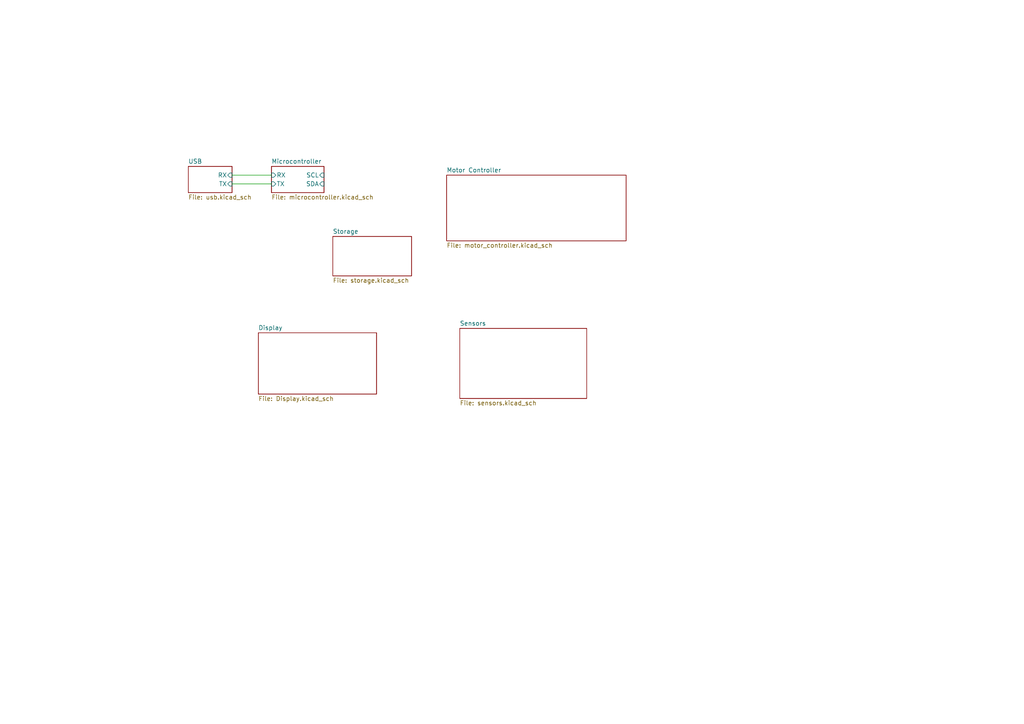
<source format=kicad_sch>
(kicad_sch (version 20211123) (generator eeschema)
  (paper "A4")
  (lib_symbols)
  (wire (pts (xy 67.31 50.8) (xy 78.74 50.8)))
  (wire (pts (xy 67.31 53.34) (xy 78.74 53.34)))
  (sheet (at 133.35 95.25) (size 36.83 20.32) (stroke (width 0.1524))
    (property "Sheet name" "Sensors" (at 133.35 94.5384 0) (effects (justify left bottom)))
    (property "Sheet file" "sensors.kicad_sch" (at 133.35 116.1546 0) (effects (justify left top)))
  )
  (sheet (at 78.74 48.26) (size 15.24 7.62) (stroke (width 0.1524))
    (property "Sheet name" "Microcontroller" (at 78.74 47.5484 0) (effects (justify left bottom)))
    (property "Sheet file" "microcontroller.kicad_sch" (at 78.74 56.4646 0) (effects (justify left top)))
    (pin "RX" input (at 78.74 50.8 180))
    (pin "TX" input (at 78.74 53.34 180))
    (pin "SCL" input (at 93.98 50.8 0))
    (pin "SDA" input (at 93.98 53.34 0))
  )
  (sheet (at 54.61 48.26) (size 12.7 7.62) (stroke (width 0.1524))
    (property "Sheet name" "USB" (at 54.61 47.5484 0) (effects (justify left bottom)))
    (property "Sheet file" "usb.kicad_sch" (at 54.61 56.4646 0) (effects (justify left top)))
    (pin "TX" input (at 67.31 53.34 0))
    (pin "RX" input (at 67.31 50.8 0))
  )
  (sheet (at 129.54 50.8) (size 52.07 19.05) (stroke (width 0.1524))
    (property "Sheet name" "Motor Controller" (at 129.54 50.0884 0) (effects (justify left bottom)))
    (property "Sheet file" "motor_controller.kicad_sch" (at 129.54 70.4346 0) (effects (justify left top)))
  )
  (sheet (at 96.52 68.58) (size 22.86 11.43) (stroke (width 0.1524))
    (property "Sheet name" "Storage" (at 96.52 67.8684 0) (effects (justify left bottom)))
    (property "Sheet file" "storage.kicad_sch" (at 96.52 80.5946 0) (effects (justify left top)))
  )
  (sheet (at 74.93 96.52) (size 34.29 17.78) (stroke (width 0.1524))
    (property "Sheet name" "Display" (at 74.93 95.8084 0) (effects (justify left bottom)))
    (property "Sheet file" "Display.kicad_sch" (at 74.93 114.8846 0) (effects (justify left top)))
  )
)
</source>
